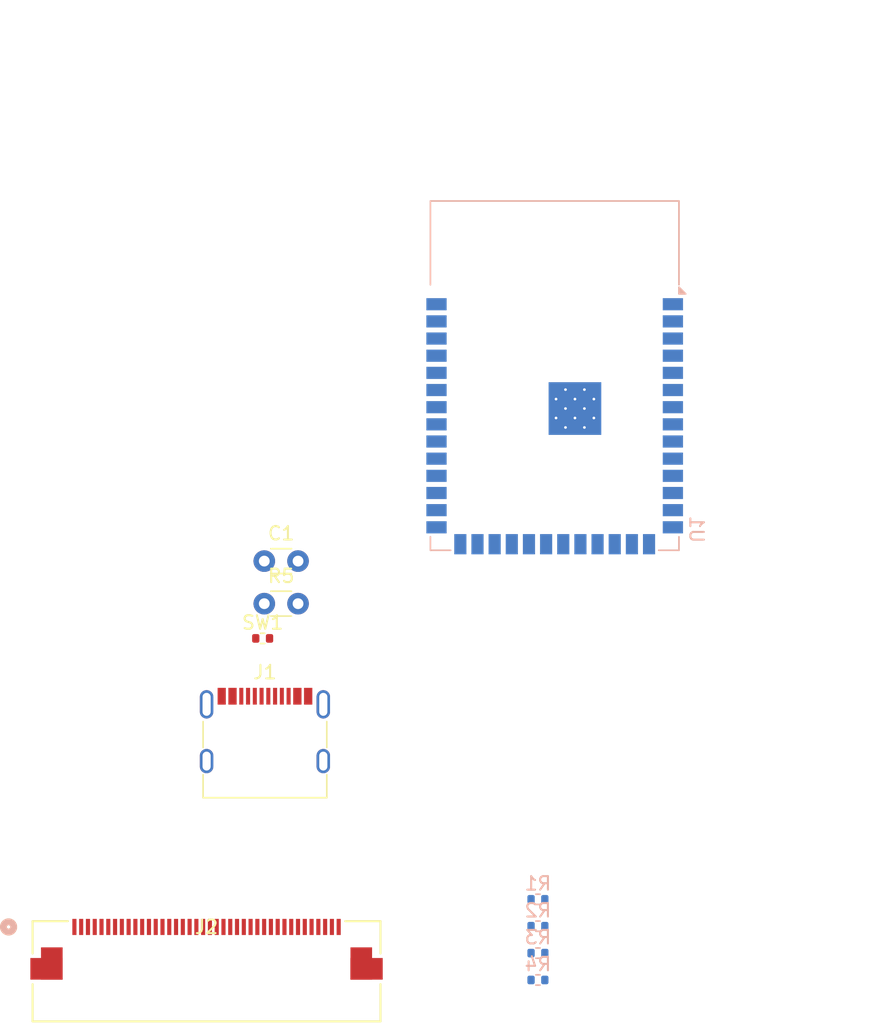
<source format=kicad_pcb>
(kicad_pcb (version 20241229) (generator "pcbnew") (generator_version "9.0")
  (layers (0 "F.Cu" signal) (2 "B.Cu" signal) (13 "F.Paste" user) (15 "B.Paste" user) (5 "F.SilkS" user "F.Silkscreen") (7 "B.SilkS" user "B.Silkscreen") (1 "F.Mask" user) (3 "B.Mask" user) (25 "Edge.Cuts" user))
  (net 0 "")
  (net 1 "VBUS")
  (net 2 "Net-(J1-D--PadA7)")
  (net 3 "GND")
  (net 5 "Net-(J1-D+-PadA6)")
  (net 6 "Net-(J1-CC2)")
  (net 7 "Net-(J1-CC1)")
  (net 9 "Net-(U1-USB_D-)")
  (net 10 "Net-(U1-USB_D+)")
  (net 12 "Net-(U1-EN)")
  (net 16 "+3V3")
  (net 51 "Net-(C1-Pad1)")
  (footprint "Capacitor_THT:C_Disc_D3.0mm_W1.6mm_P2.50mm" (layer "F.Cu") (at 93.25 67)
    (property "Reference" "C1" (at 1.25 -2.05 0) (layer "F.SilkS"))
    (property "Value" "C_Small_US")
    (fp_line (start 0.485 -0.92) (end 2.015 -0.92) (stroke (width 0.12)) (layer "F.SilkS"))
    (fp_line (start 2.015 0.92) (end 0.485 0.92) (stroke (width 0.12)) (layer "F.SilkS"))
    (pad "1" thru_hole circle (at 0 0) (size 1.6 1.6) (drill 0.8) (layers "*.Cu" "*.Mask") (net 51 "Net-(C1-Pad1)"))
    (pad "2" thru_hole circle (at 2.5 0) (size 1.6 1.6) (drill 0.8) (layers "*.Cu" "*.Mask") (net 3 "GND"))
  )
  (footprint "62684:CONN_62684-402100ALF_AMP" (layer "F.Cu") (at 88.9758 97.3564)
    (property "Reference" "J2" (at 0 -3.2814 0) (layer "F.SilkS"))
    (property "Value" "62684-402100ALF")
    (fp_poly (pts (xy -10.6553 -1.7701) (xy -12.2555 -1.7701) (xy -12.2555 0.6175) (xy -10.6553 0.6175)) (fill yes) (layer "F.Cu"))
    (fp_poly (pts (xy 12.2555 -1.7701) (xy 10.6553 -1.7701) (xy 10.6553 0.6175) (xy 12.2555 0.6175)) (fill yes) (layer "F.Cu"))
    (fp_line (start -12.8778 -3.7084) (end -12.8778 -1.31544) (stroke (width 0.1524)) (layer "F.SilkS"))
    (fp_line (start -12.8778 0.95024) (end -12.8778 3.7084) (stroke (width 0.1524)) (layer "F.SilkS"))
    (fp_line (start -12.8778 3.7084) (end 12.8778 3.7084) (stroke (width 0.1524)) (layer "F.SilkS"))
    (fp_line (start -10.267315 -3.7084) (end -12.8778 -3.7084) (stroke (width 0.1524)) (layer "F.SilkS"))
    (fp_line (start 12.8778 -3.7084) (end 10.267315 -3.7084) (stroke (width 0.1524)) (layer "F.SilkS"))
    (fp_line (start 12.8778 -1.31544) (end 12.8778 -3.7084) (stroke (width 0.1524)) (layer "F.SilkS"))
    (fp_line (start 12.8778 3.7084) (end 12.8778 0.95024) (stroke (width 0.1524)) (layer "F.SilkS"))
    (fp_circle (center -14.6558 -3.2814) (end -14.2748 -3.2814) (stroke (width 0.508)) (fill no) (layer "F.SilkS"))
    (fp_circle (center -14.6558 -3.2814) (end -14.2748 -3.2814) (stroke (width 0.508)) (fill no) (layer "B.SilkS"))
    (pad "1" smd rect (at -9.782175 -3.2814) (size 0.3048 1.1938) (layers "F.Cu" "F.Mask" "F.Paste"))
    (pad "2" smd rect (at -9.280525 -3.2814) (size 0.3048 1.1938) (layers "F.Cu" "F.Mask" "F.Paste"))
    (pad "3" smd rect (at -8.778875 -3.2814) (size 0.3048 1.1938) (layers "F.Cu" "F.Mask" "F.Paste"))
    (pad "4" smd rect (at -8.277225 -3.2814) (size 0.3048 1.1938) (layers "F.Cu" "F.Mask" "F.Paste"))
    (pad "5" smd rect (at -7.775575 -3.2814) (size 0.3048 1.1938) (layers "F.Cu" "F.Mask" "F.Paste"))
    (pad "6" smd rect (at -7.273925 -3.2814) (size 0.3048 1.1938) (layers "F.Cu" "F.Mask" "F.Paste"))
    (pad "7" smd rect (at -6.772275 -3.2814) (size 0.3048 1.1938) (layers "F.Cu" "F.Mask" "F.Paste"))
    (pad "8" smd rect (at -6.270625 -3.2814) (size 0.3048 1.1938) (layers "F.Cu" "F.Mask" "F.Paste"))
    (pad "9" smd rect (at -5.768975 -3.2814) (size 0.3048 1.1938) (layers "F.Cu" "F.Mask" "F.Paste"))
    (pad "10" smd rect (at -5.267325 -3.2814) (size 0.3048 1.1938) (layers "F.Cu" "F.Mask" "F.Paste"))
    (pad "11" smd rect (at -4.765675 -3.2814) (size 0.3048 1.1938) (layers "F.Cu" "F.Mask" "F.Paste"))
    (pad "12" smd rect (at -4.264025 -3.2814) (size 0.3048 1.1938) (layers "F.Cu" "F.Mask" "F.Paste"))
    (pad "13" smd rect (at -3.762375 -3.2814) (size 0.3048 1.1938) (layers "F.Cu" "F.Mask" "F.Paste"))
    (pad "14" smd rect (at -3.260725 -3.2814) (size 0.3048 1.1938) (layers "F.Cu" "F.Mask" "F.Paste"))
    (pad "15" smd rect (at -2.759075 -3.2814) (size 0.3048 1.1938) (layers "F.Cu" "F.Mask" "F.Paste"))
    (pad "16" smd rect (at -2.257425 -3.2814) (size 0.3048 1.1938) (layers "F.Cu" "F.Mask" "F.Paste"))
    (pad "17" smd rect (at -1.755775 -3.2814) (size 0.3048 1.1938) (layers "F.Cu" "F.Mask" "F.Paste"))
    (pad "18" smd rect (at -1.254125 -3.2814) (size 0.3048 1.1938) (layers "F.Cu" "F.Mask" "F.Paste"))
    (pad "19" smd rect (at -0.752475 -3.2814) (size 0.3048 1.1938) (layers "F.Cu" "F.Mask" "F.Paste"))
    (pad "20" smd rect (at -0.250825 -3.2814) (size 0.3048 1.1938) (layers "F.Cu" "F.Mask" "F.Paste"))
    (pad "21" smd rect (at 0.250825 -3.2814) (size 0.3048 1.1938) (layers "F.Cu" "F.Mask" "F.Paste"))
    (pad "22" smd rect (at 0.752475 -3.2814) (size 0.3048 1.1938) (layers "F.Cu" "F.Mask" "F.Paste"))
    (pad "23" smd rect (at 1.254125 -3.2814) (size 0.3048 1.1938) (layers "F.Cu" "F.Mask" "F.Paste"))
    (pad "24" smd rect (at 1.755775 -3.2814) (size 0.3048 1.1938) (layers "F.Cu" "F.Mask" "F.Paste"))
    (pad "25" smd rect (at 2.257425 -3.2814) (size 0.3048 1.1938) (layers "F.Cu" "F.Mask" "F.Paste"))
    (pad "26" smd rect (at 2.759075 -3.2814) (size 0.3048 1.1938) (layers "F.Cu" "F.Mask" "F.Paste"))
    (pad "27" smd rect (at 3.260725 -3.2814) (size 0.3048 1.1938) (layers "F.Cu" "F.Mask" "F.Paste"))
    (pad "28" smd rect (at 3.762375 -3.2814) (size 0.3048 1.1938) (layers "F.Cu" "F.Mask" "F.Paste"))
    (pad "29" smd rect (at 4.264025 -3.2814) (size 0.3048 1.1938) (layers "F.Cu" "F.Mask" "F.Paste"))
    (pad "30" smd rect (at 4.765675 -3.2814) (size 0.3048 1.1938) (layers "F.Cu" "F.Mask" "F.Paste"))
    (pad "31" smd rect (at 5.267325 -3.2814) (size 0.3048 1.1938) (layers "F.Cu" "F.Mask" "F.Paste"))
    (pad "32" smd rect (at 5.768975 -3.2814) (size 0.3048 1.1938) (layers "F.Cu" "F.Mask" "F.Paste"))
    (pad "33" smd rect (at 6.270625 -3.2814) (size 0.3048 1.1938) (layers "F.Cu" "F.Mask" "F.Paste"))
    (pad "34" smd rect (at 6.772275 -3.2814) (size 0.3048 1.1938) (layers "F.Cu" "F.Mask" "F.Paste"))
    (pad "35" smd rect (at 7.273925 -3.2814) (size 0.3048 1.1938) (layers "F.Cu" "F.Mask" "F.Paste"))
    (pad "36" smd rect (at 7.775575 -3.2814) (size 0.3048 1.1938) (layers "F.Cu" "F.Mask" "F.Paste"))
    (pad "37" smd rect (at 8.277225 -3.2814) (size 0.3048 1.1938) (layers "F.Cu" "F.Mask" "F.Paste"))
    (pad "38" smd rect (at 8.778875 -3.2814) (size 0.3048 1.1938) (layers "F.Cu" "F.Mask" "F.Paste"))
    (pad "39" smd rect (at 9.280525 -3.2814) (size 0.3048 1.1938) (layers "F.Cu" "F.Mask" "F.Paste"))
    (pad "40" smd rect (at 9.782175 -3.2814) (size 0.3048 1.1938) (layers "F.Cu" "F.Mask" "F.Paste"))
    (pad "41" smd rect (at -11.8491 -0.1826) (size 2.3876 1.6002) (layers "F.Cu" "F.Mask" "F.Paste"))
    (pad "42" smd rect (at 11.8491 -0.1826) (size 2.3876 1.6002) (layers "F.Cu" "F.Mask" "F.Paste"))
  )
  (footprint "Connector_USB:USB_C_Receptacle_G-Switch_GT-USB-7010ASV" (layer "F.Cu") (at 93.3 80.725)
    (property "Reference" "J1" (at 0 -5.5 0) (layer "F.SilkS"))
    (property "Value" "USB_C_Receptacle_USB2.0_16P")
    (fp_line (start -4.58 -1.85) (end -4.58 0.07) (stroke (width 0.12)) (layer "F.SilkS"))
    (fp_line (start -4.58 3.785) (end -4.58 2.08) (stroke (width 0.12)) (layer "F.SilkS"))
    (fp_line (start 4.58 0.07) (end 4.58 -1.85) (stroke (width 0.12)) (layer "F.SilkS"))
    (fp_line (start 4.58 2.08) (end 4.58 3.785) (stroke (width 0.12)) (layer "F.SilkS"))
    (fp_line (start 4.58 3.785) (end -4.58 3.785) (stroke (width 0.12)) (layer "F.SilkS"))
    (pad "" np_thru_hole circle (at -2.89 -2.605) (size 0.65 0.65) (drill 0.65) (layers "*.Cu" "*.Mask"))
    (pad "" np_thru_hole circle (at 2.89 -2.605) (size 0.65 0.65) (drill 0.65) (layers "*.Cu" "*.Mask"))
    (pad "A1" smd rect (at -3.2 -3.725) (size 0.6 1.24) (layers "F.Cu" "F.Mask" "F.Paste") (net 3 "GND"))
    (pad "A4" smd rect (at -2.4 -3.725) (size 0.6 1.24) (layers "F.Cu" "F.Mask" "F.Paste") (net 1 "VBUS"))
    (pad "A5" smd rect (at -1.25 -3.725) (size 0.3 1.24) (layers "F.Cu" "F.Mask" "F.Paste") (net 7 "Net-(J1-CC1)"))
    (pad "A6" smd rect (at -0.25 -3.725) (size 0.3 1.24) (layers "F.Cu" "F.Mask" "F.Paste") (net 5 "Net-(J1-D+-PadA6)"))
    (pad "A7" smd rect (at 0.25 -3.725) (size 0.3 1.24) (layers "F.Cu" "F.Mask" "F.Paste") (net 2 "Net-(J1-D--PadA7)"))
    (pad "A8" smd rect (at 1.25 -3.725) (size 0.3 1.24) (layers "F.Cu" "F.Mask" "F.Paste"))
    (pad "A9" smd rect (at 2.4 -3.725) (size 0.6 1.24) (layers "F.Cu" "F.Mask" "F.Paste") (net 1 "VBUS"))
    (pad "A12" smd rect (at 3.2 -3.725) (size 0.6 1.24) (layers "F.Cu" "F.Mask" "F.Paste") (net 3 "GND"))
    (pad "B1" smd rect (at 3.2 -3.725) (size 0.6 1.24) (layers "F.Cu" "F.Mask" "F.Paste") (net 3 "GND"))
    (pad "B4" smd rect (at 2.4 -3.725) (size 0.6 1.24) (layers "F.Cu" "F.Mask" "F.Paste") (net 1 "VBUS"))
    (pad "B5" smd rect (at 1.75 -3.725) (size 0.3 1.24) (layers "F.Cu" "F.Mask" "F.Paste") (net 6 "Net-(J1-CC2)"))
    (pad "B6" smd rect (at 0.75 -3.725) (size 0.3 1.24) (layers "F.Cu" "F.Mask" "F.Paste") (net 5 "Net-(J1-D+-PadA6)"))
    (pad "B7" smd rect (at -0.75 -3.725) (size 0.3 1.24) (layers "F.Cu" "F.Mask" "F.Paste") (net 2 "Net-(J1-D--PadA7)"))
    (pad "B8" smd rect (at -1.75 -3.725) (size 0.3 1.24) (layers "F.Cu" "F.Mask" "F.Paste"))
    (pad "B9" smd rect (at -2.4 -3.725) (size 0.6 1.24) (layers "F.Cu" "F.Mask" "F.Paste") (net 1 "VBUS"))
    (pad "B12" smd rect (at -3.2 -3.725) (size 0.6 1.24) (layers "F.Cu" "F.Mask" "F.Paste") (net 3 "GND"))
    (pad "S1" thru_hole oval (at -4.32 -3.125) (size 1 2.1) (drill oval 0.6 1.7) (property pad_prop_heatsink) (layers "*.Cu" "*.Mask") (net 3 "GND"))
    (pad "S1" thru_hole oval (at -4.32 1.075) (size 1 1.8) (drill oval 0.6 1.4) (property pad_prop_heatsink) (layers "*.Cu" "*.Mask") (net 3 "GND"))
    (pad "S1" thru_hole oval (at 4.32 -3.125) (size 1 2.1) (drill oval 0.6 1.7) (property pad_prop_heatsink) (layers "*.Cu" "*.Mask") (net 3 "GND"))
    (pad "S1" thru_hole oval (at 4.32 1.075) (size 1 1.8) (drill oval 0.6 1.4) (property pad_prop_heatsink) (layers "*.Cu" "*.Mask") (net 3 "GND"))
  )
  (footprint "Capacitor_THT:C_Disc_D3.0mm_W1.6mm_P2.50mm" (layer "F.Cu") (at 93.25 70.15)
    (property "Reference" "R5" (at 1.25 -2.05 0) (layer "F.SilkS"))
    (property "Value" "R_Small")
    (fp_line (start 0.485 -0.92) (end 2.015 -0.92) (stroke (width 0.12)) (layer "F.SilkS"))
    (fp_line (start 2.015 0.92) (end 0.485 0.92) (stroke (width 0.12)) (layer "F.SilkS"))
    (pad "1" thru_hole circle (at 0 0) (size 1.6 1.6) (drill 0.8) (layers "*.Cu" "*.Mask") (net 51 "Net-(C1-Pad1)"))
    (pad "2" thru_hole circle (at 2.5 0) (size 1.6 1.6) (drill 0.8) (layers "*.Cu" "*.Mask") (net 12 "Net-(U1-EN)"))
  )
  (footprint "Resistor_SMD:R_0402_1005Metric" (layer "F.Cu") (at 93.13 72.72)
    (property "Reference" "SW1" (at 0 -1.17 0) (layer "F.SilkS"))
    (property "Value" "SW_Push")
    (fp_line (start -0.153641 -0.38) (end 0.153641 -0.38) (stroke (width 0.12)) (layer "F.SilkS"))
    (fp_line (start -0.153641 0.38) (end 0.153641 0.38) (stroke (width 0.12)) (layer "F.SilkS"))
    (pad "1" smd roundrect (at -0.51 0) (size 0.54 0.64) (layers "F.Cu" "F.Mask" "F.Paste") (net 3 "GND"))
    (pad "2" smd roundrect (at 0.51 0) (size 0.54 0.64) (layers "F.Cu" "F.Mask" "F.Paste") (net 51 "Net-(C1-Pad1)"))
  )
  (footprint "RF_Module:ESP32-S3-WROOM-1" (layer "B.Cu") (at 114.75 53.25 180)
    (property "Reference" "U1" (at -10.5 -11.4 270) (layer "B.SilkS") (effects (justify mirror)))
    (property "Value" "ESP32-S3-WROOM-1")
    (fp_line (start 9.2 12.9) (end 9.2 6.7) (stroke (width 0.12)) (layer "B.SilkS"))
    (fp_line (start 9.2 -12.95) (end 9.2 -11.95) (stroke (width 0.12)) (layer "B.SilkS"))
    (fp_line (start 9.2 -12.95) (end 7.7 -12.95) (stroke (width 0.12)) (layer "B.SilkS"))
    (fp_line (start -9.2 12.9) (end 9.2 12.9) (stroke (width 0.12)) (layer "B.SilkS"))
    (fp_line (start -9.2 12.9) (end -9.2 6.7) (stroke (width 0.12)) (layer "B.SilkS"))
    (fp_line (start -9.2 -11.95) (end -9.2 -12.95) (stroke (width 0.12)) (layer "B.SilkS"))
    (fp_line (start -9.2 -12.95) (end -7.7 -12.95) (stroke (width 0.12)) (layer "B.SilkS"))
    (fp_poly (pts (xy -9.2 6.025) (xy -9.7 6.025) (xy -9.2 6.525) (xy -9.2 6.025)) (stroke (width 0.12)) (fill yes) (layer "B.SilkS"))
    (pad "1" smd rect (at -8.75 5.26 180) (size 1.5 0.9) (layers "B.Cu" "B.Mask" "B.Paste") (net 3 "GND"))
    (pad "2" smd rect (at -8.75 3.99 180) (size 1.5 0.9) (layers "B.Cu" "B.Mask" "B.Paste") (net 16 "+3V3"))
    (pad "3" smd rect (at -8.75 2.72 180) (size 1.5 0.9) (layers "B.Cu" "B.Mask" "B.Paste") (net 12 "Net-(U1-EN)"))
    (pad "4" smd rect (at -8.75 1.45 180) (size 1.5 0.9) (layers "B.Cu" "B.Mask" "B.Paste"))
    (pad "5" smd rect (at -8.75 0.18 180) (size 1.5 0.9) (layers "B.Cu" "B.Mask" "B.Paste"))
    (pad "6" smd rect (at -8.75 -1.09 180) (size 1.5 0.9) (layers "B.Cu" "B.Mask" "B.Paste"))
    (pad "7" smd rect (at -8.75 -2.36 180) (size 1.5 0.9) (layers "B.Cu" "B.Mask" "B.Paste"))
    (pad "8" smd rect (at -8.75 -3.63 180) (size 1.5 0.9) (layers "B.Cu" "B.Mask" "B.Paste"))
    (pad "9" smd rect (at -8.75 -4.9 180) (size 1.5 0.9) (layers "B.Cu" "B.Mask" "B.Paste"))
    (pad "10" smd rect (at -8.75 -6.17 180) (size 1.5 0.9) (layers "B.Cu" "B.Mask" "B.Paste"))
    (pad "11" smd rect (at -8.75 -7.44 180) (size 1.5 0.9) (layers "B.Cu" "B.Mask" "B.Paste"))
    (pad "12" smd rect (at -8.75 -8.71 180) (size 1.5 0.9) (layers "B.Cu" "B.Mask" "B.Paste"))
    (pad "13" smd rect (at -8.75 -9.98 180) (size 1.5 0.9) (layers "B.Cu" "B.Mask" "B.Paste") (net 9 "Net-(U1-USB_D-)"))
    (pad "14" smd rect (at -8.75 -11.25) (size 1.5 0.9) (layers "B.Cu" "B.Mask" "B.Paste") (net 10 "Net-(U1-USB_D+)"))
    (pad "15" smd rect (at -6.985 -12.5 270) (size 1.5 0.9) (layers "B.Cu" "B.Mask" "B.Paste"))
    (pad "16" smd rect (at -5.715 -12.5 270) (size 1.5 0.9) (layers "B.Cu" "B.Mask" "B.Paste"))
    (pad "17" smd rect (at -4.445 -12.5 270) (size 1.5 0.9) (layers "B.Cu" "B.Mask" "B.Paste"))
    (pad "18" smd rect (at -3.175 -12.5 270) (size 1.5 0.9) (layers "B.Cu" "B.Mask" "B.Paste"))
    (pad "19" smd rect (at -1.905 -12.5 270) (size 1.5 0.9) (layers "B.Cu" "B.Mask" "B.Paste"))
    (pad "20" smd rect (at -0.635 -12.5 270) (size 1.5 0.9) (layers "B.Cu" "B.Mask" "B.Paste"))
    (pad "21" smd rect (at 0.635 -12.5 270) (size 1.5 0.9) (layers "B.Cu" "B.Mask" "B.Paste"))
    (pad "22" smd rect (at 1.905 -12.5 270) (size 1.5 0.9) (layers "B.Cu" "B.Mask" "B.Paste"))
    (pad "23" smd rect (at 3.175 -12.5 270) (size 1.5 0.9) (layers "B.Cu" "B.Mask" "B.Paste"))
    (pad "24" smd rect (at 4.445 -12.5 270) (size 1.5 0.9) (layers "B.Cu" "B.Mask" "B.Paste"))
    (pad "25" smd rect (at 5.715 -12.5 270) (size 1.5 0.9) (layers "B.Cu" "B.Mask" "B.Paste"))
    (pad "26" smd rect (at 6.985 -12.5 270) (size 1.5 0.9) (layers "B.Cu" "B.Mask" "B.Paste"))
    (pad "27" smd rect (at 8.75 -11.25 180) (size 1.5 0.9) (layers "B.Cu" "B.Mask" "B.Paste"))
    (pad "28" smd rect (at 8.75 -9.98 180) (size 1.5 0.9) (layers "B.Cu" "B.Mask" "B.Paste"))
    (pad "29" smd rect (at 8.75 -8.71 180) (size 1.5 0.9) (layers "B.Cu" "B.Mask" "B.Paste"))
    (pad "30" smd rect (at 8.75 -7.44 180) (size 1.5 0.9) (layers "B.Cu" "B.Mask" "B.Paste"))
    (pad "31" smd rect (at 8.75 -6.17 180) (size 1.5 0.9) (layers "B.Cu" "B.Mask" "B.Paste"))
    (pad "32" smd rect (at 8.75 -4.9 180) (size 1.5 0.9) (layers "B.Cu" "B.Mask" "B.Paste"))
    (pad "33" smd rect (at 8.75 -3.63 180) (size 1.5 0.9) (layers "B.Cu" "B.Mask" "B.Paste"))
    (pad "34" smd rect (at 8.75 -2.36 180) (size 1.5 0.9) (layers "B.Cu" "B.Mask" "B.Paste"))
    (pad "35" smd rect (at 8.75 -1.09 180) (size 1.5 0.9) (layers "B.Cu" "B.Mask" "B.Paste"))
    (pad "36" smd rect (at 8.75 0.18 180) (size 1.5 0.9) (layers "B.Cu" "B.Mask" "B.Paste"))
    (pad "37" smd rect (at 8.75 1.45 180) (size 1.5 0.9) (layers "B.Cu" "B.Mask" "B.Paste"))
    (pad "38" smd rect (at 8.75 2.72 180) (size 1.5 0.9) (layers "B.Cu" "B.Mask" "B.Paste"))
    (pad "39" smd rect (at 8.75 3.99 180) (size 1.5 0.9) (layers "B.Cu" "B.Mask" "B.Paste"))
    (pad "40" smd rect (at 8.75 5.26 180) (size 1.5 0.9) (layers "B.Cu" "B.Mask" "B.Paste") (net 3 "GND"))
    (pad "41" thru_hole circle (at -2.9 -3.16 180) (size 0.6 0.6) (drill 0.2) (property pad_prop_heatsink) (layers "*.Cu" "B.Mask") (net 3 "GND"))
    (pad "41" thru_hole circle (at -2.9 -1.76 90) (size 0.6 0.6) (drill 0.2) (property pad_prop_heatsink) (layers "*.Cu" "B.Mask") (net 3 "GND"))
    (pad "41" thru_hole circle (at -2.2 -3.86 180) (size 0.6 0.6) (drill 0.2) (property pad_prop_heatsink) (layers "*.Cu" "B.Mask") (net 3 "GND"))
    (pad "41" thru_hole circle (at -2.2 -2.46 180) (size 0.6 0.6) (drill 0.2) (property pad_prop_heatsink) (layers "*.Cu" "B.Mask") (net 3 "GND"))
    (pad "41" thru_hole circle (at -2.2 -1.06 180) (size 0.6 0.6) (drill 0.2) (property pad_prop_heatsink) (layers "*.Cu" "B.Mask") (net 3 "GND"))
    (pad "41" thru_hole circle (at -1.5 -3.16 180) (size 0.6 0.6) (drill 0.2) (property pad_prop_heatsink) (layers "*.Cu" "B.Mask") (net 3 "GND"))
    (pad "41" smd rect (at -1.5 -2.46 270) (size 3.9 3.9) (property pad_prop_heatsink) (layers "B.Cu" "B.Mask") (net 3 "GND"))
    (pad "41" thru_hole circle (at -1.5 -1.76 180) (size 0.6 0.6) (drill 0.2) (property pad_prop_heatsink) (layers "*.Cu" "B.Mask") (net 3 "GND"))
    (pad "41" thru_hole circle (at -0.8 -3.86 180) (size 0.6 0.6) (drill 0.2) (property pad_prop_heatsink) (layers "*.Cu" "B.Mask") (net 3 "GND"))
    (pad "41" thru_hole circle (at -0.8 -2.46 180) (size 0.6 0.6) (drill 0.2) (property pad_prop_heatsink) (layers "*.Cu" "B.Mask") (net 3 "GND"))
    (pad "41" thru_hole circle (at -0.8 -1.06 180) (size 0.6 0.6) (drill 0.2) (property pad_prop_heatsink) (layers "*.Cu" "B.Mask") (net 3 "GND"))
    (pad "41" thru_hole circle (at -0.1 -3.16 180) (size 0.6 0.6) (drill 0.2) (property pad_prop_heatsink) (layers "*.Cu" "B.Mask") (net 3 "GND"))
    (pad "41" thru_hole circle (at -0.1 -1.76 180) (size 0.6 0.6) (drill 0.2) (property pad_prop_heatsink) (layers "*.Cu" "B.Mask") (net 3 "GND"))
  )
  (footprint "Resistor_SMD:R_0402_1005Metric" (layer "B.Cu") (at 113.51 94.02 180)
    (property "Reference" "R2" (at 0 1.17 0) (layer "B.SilkS") (effects (justify mirror)))
    (property "Value" "22")
    (fp_line (start -0.153641 0.38) (end 0.153641 0.38) (stroke (width 0.12)) (layer "B.SilkS"))
    (fp_line (start -0.153641 -0.38) (end 0.153641 -0.38) (stroke (width 0.12)) (layer "B.SilkS"))
    (pad "1" smd roundrect (at -0.51 0 180) (size 0.54 0.64) (layers "B.Cu" "B.Mask" "B.Paste") (net 10 "Net-(U1-USB_D+)"))
    (pad "2" smd roundrect (at 0.51 0 180) (size 0.54 0.64) (layers "B.Cu" "B.Mask" "B.Paste") (net 5 "Net-(J1-D+-PadA6)"))
  )
  (footprint "Resistor_SMD:R_0402_1005Metric" (layer "B.Cu") (at 113.51 98 180)
    (property "Reference" "R4" (at 0 1.17 0) (layer "B.SilkS") (effects (justify mirror)))
    (property "Value" "5.1k")
    (fp_line (start -0.153641 0.38) (end 0.153641 0.38) (stroke (width 0.12)) (layer "B.SilkS"))
    (fp_line (start -0.153641 -0.38) (end 0.153641 -0.38) (stroke (width 0.12)) (layer "B.SilkS"))
    (pad "1" smd roundrect (at -0.51 0 180) (size 0.54 0.64) (layers "B.Cu" "B.Mask" "B.Paste") (net 3 "GND"))
    (pad "2" smd roundrect (at 0.51 0 180) (size 0.54 0.64) (layers "B.Cu" "B.Mask" "B.Paste") (net 6 "Net-(J1-CC2)"))
  )
  (footprint "Resistor_SMD:R_0402_1005Metric" (layer "B.Cu") (at 113.51 96.01 180)
    (property "Reference" "R3" (at 0 1.17 0) (layer "B.SilkS") (effects (justify mirror)))
    (property "Value" "5.1k")
    (fp_line (start -0.153641 0.38) (end 0.153641 0.38) (stroke (width 0.12)) (layer "B.SilkS"))
    (fp_line (start -0.153641 -0.38) (end 0.153641 -0.38) (stroke (width 0.12)) (layer "B.SilkS"))
    (pad "1" smd roundrect (at -0.51 0 180) (size 0.54 0.64) (layers "B.Cu" "B.Mask" "B.Paste") (net 3 "GND"))
    (pad "2" smd roundrect (at 0.51 0 180) (size 0.54 0.64) (layers "B.Cu" "B.Mask" "B.Paste") (net 7 "Net-(J1-CC1)"))
  )
  (footprint "Resistor_SMD:R_0402_1005Metric" (layer "B.Cu") (at 113.51 92.03 180)
    (property "Reference" "R1" (at 0 1.17 0) (layer "B.SilkS") (effects (justify mirror)))
    (property "Value" "22")
    (fp_line (start -0.153641 0.38) (end 0.153641 0.38) (stroke (width 0.12)) (layer "B.SilkS"))
    (fp_line (start -0.153641 -0.38) (end 0.153641 -0.38) (stroke (width 0.12)) (layer "B.SilkS"))
    (pad "1" smd roundrect (at -0.51 0 180) (size 0.54 0.64) (layers "B.Cu" "B.Mask" "B.Paste") (net 9 "Net-(U1-USB_D-)"))
    (pad "2" smd roundrect (at 0.51 0 180) (size 0.54 0.64) (layers "B.Cu" "B.Mask" "B.Paste") (net 2 "Net-(J1-D--PadA7)"))
  )
)
</source>
